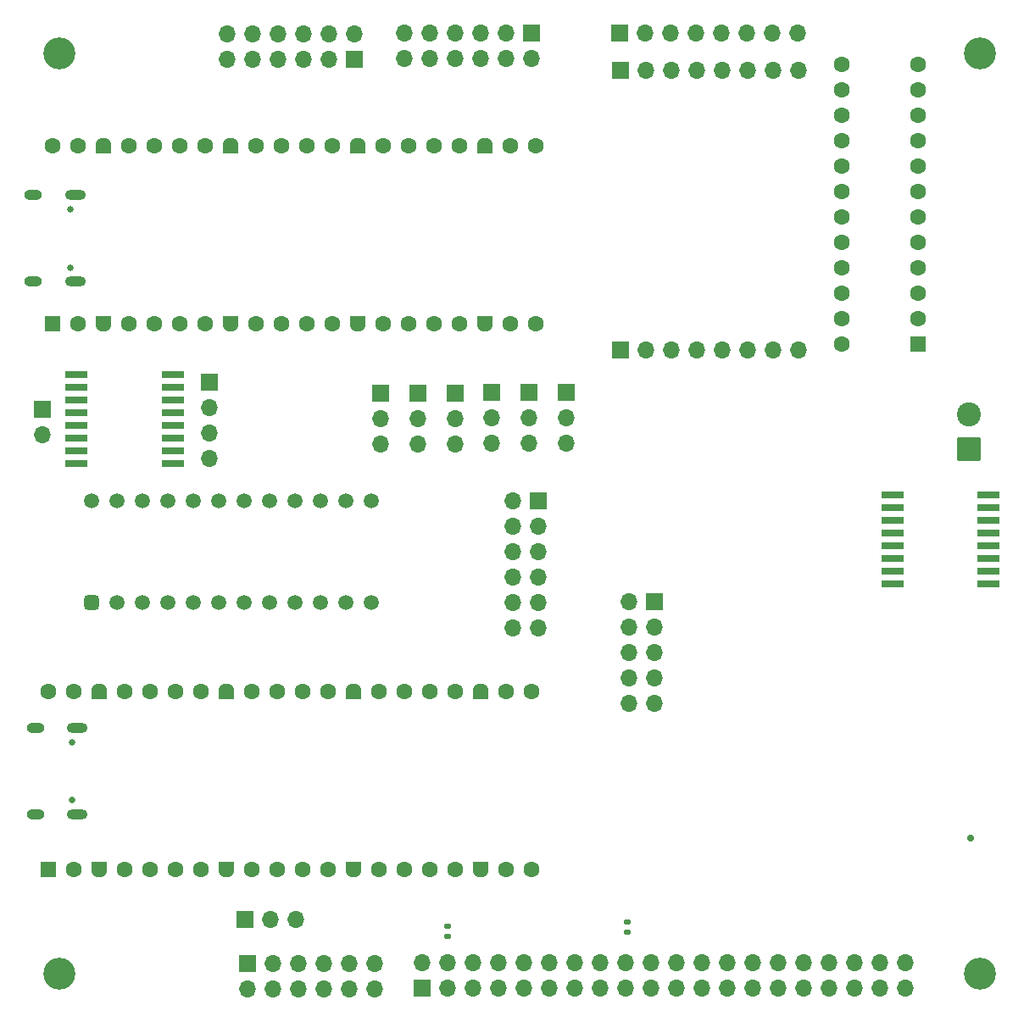
<source format=gbr>
%TF.GenerationSoftware,KiCad,Pcbnew,9.0.0*%
%TF.CreationDate,2025-06-09T15:05:37+02:00*%
%TF.ProjectId,stm32-fpga-bootloader,73746d33-322d-4667-9067-612d626f6f74,rev?*%
%TF.SameCoordinates,Original*%
%TF.FileFunction,Soldermask,Bot*%
%TF.FilePolarity,Negative*%
%FSLAX46Y46*%
G04 Gerber Fmt 4.6, Leading zero omitted, Abs format (unit mm)*
G04 Created by KiCad (PCBNEW 9.0.0) date 2025-06-09 15:05:37*
%MOMM*%
%LPD*%
G01*
G04 APERTURE LIST*
G04 Aperture macros list*
%AMRoundRect*
0 Rectangle with rounded corners*
0 $1 Rounding radius*
0 $2 $3 $4 $5 $6 $7 $8 $9 X,Y pos of 4 corners*
0 Add a 4 corners polygon primitive as box body*
4,1,4,$2,$3,$4,$5,$6,$7,$8,$9,$2,$3,0*
0 Add four circle primitives for the rounded corners*
1,1,$1+$1,$2,$3*
1,1,$1+$1,$4,$5*
1,1,$1+$1,$6,$7*
1,1,$1+$1,$8,$9*
0 Add four rect primitives between the rounded corners*
20,1,$1+$1,$2,$3,$4,$5,0*
20,1,$1+$1,$4,$5,$6,$7,0*
20,1,$1+$1,$6,$7,$8,$9,0*
20,1,$1+$1,$8,$9,$2,$3,0*%
%AMFreePoly0*
4,1,37,0.603843,0.796157,0.639018,0.796157,0.711114,0.766294,0.766294,0.711114,0.796157,0.639018,0.796157,0.603843,0.800000,0.600000,0.800000,-0.600000,0.796157,-0.603843,0.796157,-0.639018,0.766294,-0.711114,0.711114,-0.766294,0.639018,-0.796157,0.603843,-0.796157,0.600000,-0.800000,0.000000,-0.800000,0.000000,-0.796148,-0.078414,-0.796148,-0.232228,-0.765552,-0.377117,-0.705537,
-0.507515,-0.618408,-0.618408,-0.507515,-0.705537,-0.377117,-0.765552,-0.232228,-0.796148,-0.078414,-0.796148,0.078414,-0.765552,0.232228,-0.705537,0.377117,-0.618408,0.507515,-0.507515,0.618408,-0.377117,0.705537,-0.232228,0.765552,-0.078414,0.796148,0.000000,0.796148,0.000000,0.800000,0.600000,0.800000,0.603843,0.796157,0.603843,0.796157,$1*%
%AMFreePoly1*
4,1,37,0.000000,0.796148,0.078414,0.796148,0.232228,0.765552,0.377117,0.705537,0.507515,0.618408,0.618408,0.507515,0.705537,0.377117,0.765552,0.232228,0.796148,0.078414,0.796148,-0.078414,0.765552,-0.232228,0.705537,-0.377117,0.618408,-0.507515,0.507515,-0.618408,0.377117,-0.705537,0.232228,-0.765552,0.078414,-0.796148,0.000000,-0.796148,0.000000,-0.800000,-0.600000,-0.800000,
-0.603843,-0.796157,-0.639018,-0.796157,-0.711114,-0.766294,-0.766294,-0.711114,-0.796157,-0.639018,-0.796157,-0.603843,-0.800000,-0.600000,-0.800000,0.600000,-0.796157,0.603843,-0.796157,0.639018,-0.766294,0.711114,-0.711114,0.766294,-0.639018,0.796157,-0.603843,0.796157,-0.600000,0.800000,0.000000,0.800000,0.000000,0.796148,0.000000,0.796148,$1*%
G04 Aperture macros list end*
%ADD10RoundRect,0.250001X0.949999X-0.949999X0.949999X0.949999X-0.949999X0.949999X-0.949999X-0.949999X0*%
%ADD11C,2.400000*%
%ADD12RoundRect,0.375000X0.375000X-0.375000X0.375000X0.375000X-0.375000X0.375000X-0.375000X-0.375000X0*%
%ADD13C,1.500000*%
%ADD14RoundRect,0.200000X0.600000X-0.600000X0.600000X0.600000X-0.600000X0.600000X-0.600000X-0.600000X0*%
%ADD15C,1.600000*%
%ADD16FreePoly0,90.000000*%
%ADD17FreePoly1,90.000000*%
%ADD18R,1.700000X1.700000*%
%ADD19O,1.700000X1.700000*%
%ADD20C,0.650000*%
%ADD21O,2.100000X1.000000*%
%ADD22O,1.800000X1.000000*%
%ADD23C,0.700000*%
%ADD24C,3.200000*%
%ADD25RoundRect,0.250000X0.550000X0.550000X-0.550000X0.550000X-0.550000X-0.550000X0.550000X-0.550000X0*%
%ADD26RoundRect,0.135000X0.185000X-0.135000X0.185000X0.135000X-0.185000X0.135000X-0.185000X-0.135000X0*%
%ADD27R,2.160000X0.635000*%
G04 APERTURE END LIST*
D10*
%TO.C,J6*%
X208472500Y-73735000D03*
D11*
X208472500Y-70235000D03*
%TD*%
D12*
%TO.C,U12*%
X120835000Y-89085000D03*
D13*
X123375000Y-89085000D03*
X125915000Y-89085000D03*
X128455000Y-89085000D03*
X130995000Y-89085000D03*
X133535000Y-89085000D03*
X136075000Y-89085000D03*
X138615000Y-89085000D03*
X141155000Y-89085000D03*
X143695000Y-89085000D03*
X146235000Y-89085000D03*
X148775000Y-89085000D03*
X148775000Y-78925000D03*
X146235000Y-78925000D03*
X143695000Y-78925000D03*
X141155000Y-78925000D03*
X138615000Y-78925000D03*
X136075000Y-78925000D03*
X133535000Y-78925000D03*
X130995000Y-78925000D03*
X128455000Y-78925000D03*
X125915000Y-78925000D03*
X123375000Y-78925000D03*
X120835000Y-78925000D03*
%TD*%
D14*
%TO.C,A2*%
X116495000Y-115715000D03*
D15*
X119035000Y-115715000D03*
D16*
X121575000Y-115715000D03*
D15*
X124115000Y-115715000D03*
X126655000Y-115715000D03*
X129195000Y-115715000D03*
X131735000Y-115715000D03*
D16*
X134275000Y-115715000D03*
D15*
X136815000Y-115715000D03*
X139355000Y-115715000D03*
X141895000Y-115715000D03*
X144435000Y-115715000D03*
D16*
X146975000Y-115715000D03*
D15*
X149515000Y-115715000D03*
X152055000Y-115715000D03*
X154595000Y-115715000D03*
X157135000Y-115715000D03*
D16*
X159675000Y-115715000D03*
D15*
X162215000Y-115715000D03*
X164755000Y-115715000D03*
X164755000Y-97935000D03*
X162215000Y-97935000D03*
D17*
X159675000Y-97935000D03*
D15*
X157135000Y-97935000D03*
X154595000Y-97935000D03*
X152055000Y-97935000D03*
X149515000Y-97935000D03*
D17*
X146975000Y-97935000D03*
D15*
X144435000Y-97935000D03*
X141895000Y-97935000D03*
X139355000Y-97935000D03*
X136815000Y-97935000D03*
D17*
X134275000Y-97935000D03*
D15*
X131735000Y-97935000D03*
X129195000Y-97935000D03*
X126655000Y-97935000D03*
X124115000Y-97935000D03*
D17*
X121575000Y-97935000D03*
D15*
X119035000Y-97935000D03*
X116495000Y-97935000D03*
%TD*%
D14*
%TO.C,A1*%
X116925000Y-61165000D03*
D15*
X119465000Y-61165000D03*
D16*
X122005000Y-61165000D03*
D15*
X124545000Y-61165000D03*
X127085000Y-61165000D03*
X129625000Y-61165000D03*
X132165000Y-61165000D03*
D16*
X134705000Y-61165000D03*
D15*
X137245000Y-61165000D03*
X139785000Y-61165000D03*
X142325000Y-61165000D03*
X144865000Y-61165000D03*
D16*
X147405000Y-61165000D03*
D15*
X149945000Y-61165000D03*
X152485000Y-61165000D03*
X155025000Y-61165000D03*
X157565000Y-61165000D03*
D16*
X160105000Y-61165000D03*
D15*
X162645000Y-61165000D03*
X165185000Y-61165000D03*
X165185000Y-43385000D03*
X162645000Y-43385000D03*
D17*
X160105000Y-43385000D03*
D15*
X157565000Y-43385000D03*
X155025000Y-43385000D03*
X152485000Y-43385000D03*
X149945000Y-43385000D03*
D17*
X147405000Y-43385000D03*
D15*
X144865000Y-43385000D03*
X142325000Y-43385000D03*
X139785000Y-43385000D03*
X137245000Y-43385000D03*
D17*
X134705000Y-43385000D03*
D15*
X132165000Y-43385000D03*
X129625000Y-43385000D03*
X127085000Y-43385000D03*
X124545000Y-43385000D03*
D17*
X122005000Y-43385000D03*
D15*
X119465000Y-43385000D03*
X116925000Y-43385000D03*
%TD*%
D18*
%TO.C,J12*%
X136345000Y-125145000D03*
D19*
X136345000Y-127685000D03*
X138885000Y-125145000D03*
X138885000Y-127685000D03*
X141425000Y-125145000D03*
X141425000Y-127685000D03*
X143965000Y-125145000D03*
X143965000Y-127685000D03*
X146505000Y-125145000D03*
X146505000Y-127685000D03*
X149045000Y-125145000D03*
X149045000Y-127685000D03*
%TD*%
D20*
%TO.C,J1*%
X118862500Y-102995000D03*
X118862500Y-108775000D03*
D21*
X119382500Y-101565000D03*
D22*
X115182500Y-101565000D03*
D21*
X119382500Y-110205000D03*
D22*
X115182500Y-110205000D03*
%TD*%
D20*
%TO.C,J8*%
X118675000Y-49795000D03*
X118675000Y-55575000D03*
D21*
X119195000Y-48365000D03*
D22*
X114995000Y-48365000D03*
D21*
X119195000Y-57005000D03*
D22*
X114995000Y-57005000D03*
%TD*%
D18*
%TO.C,JP3*%
X157105000Y-68105000D03*
D19*
X157105000Y-70645000D03*
X157105000Y-73185000D03*
%TD*%
D18*
%TO.C,J1003*%
X136165000Y-120685000D03*
D19*
X138705000Y-120685000D03*
X141245000Y-120685000D03*
%TD*%
D18*
%TO.C,JP2*%
X153405000Y-68105000D03*
D19*
X153405000Y-70645000D03*
X153405000Y-73185000D03*
%TD*%
D18*
%TO.C,J13*%
X153805000Y-127602500D03*
D19*
X153805000Y-125062500D03*
X156345000Y-127602500D03*
X156345000Y-125062500D03*
X158885000Y-127602500D03*
X158885000Y-125062500D03*
X161425000Y-127602500D03*
X161425000Y-125062500D03*
X163965000Y-127602500D03*
X163965000Y-125062500D03*
X166505000Y-127602500D03*
X166505000Y-125062500D03*
X169045000Y-127602500D03*
X169045000Y-125062500D03*
X171585000Y-127602500D03*
X171585000Y-125062500D03*
X174125000Y-127602500D03*
X174125000Y-125062500D03*
X176665000Y-127602500D03*
X176665000Y-125062500D03*
X179205000Y-127602500D03*
X179205000Y-125062500D03*
X181745000Y-127602500D03*
X181745000Y-125062500D03*
X184285000Y-127602500D03*
X184285000Y-125062500D03*
X186825000Y-127602500D03*
X186825000Y-125062500D03*
X189365000Y-127602500D03*
X189365000Y-125062500D03*
X191905000Y-127602500D03*
X191905000Y-125062500D03*
X194445000Y-127602500D03*
X194445000Y-125062500D03*
X196985000Y-127602500D03*
X196985000Y-125062500D03*
X199525000Y-127602500D03*
X199525000Y-125062500D03*
X202065000Y-127602500D03*
X202065000Y-125062500D03*
%TD*%
D23*
%TO.C,J7*%
X208605000Y-112594992D03*
%TD*%
D18*
%TO.C,JP6*%
X164505000Y-68085000D03*
D19*
X164505000Y-70625000D03*
X164505000Y-73165000D03*
%TD*%
D24*
%TO.C,H4*%
X117572500Y-126155000D03*
%TD*%
D18*
%TO.C,J10*%
X173605000Y-35885000D03*
D19*
X176145000Y-35885000D03*
X178685000Y-35885000D03*
X181225000Y-35885000D03*
X183765000Y-35885000D03*
X186305000Y-35885000D03*
X188845000Y-35885000D03*
X191385000Y-35885000D03*
%TD*%
D18*
%TO.C,JP4*%
X160805000Y-68060000D03*
D19*
X160805000Y-70600000D03*
X160805000Y-73140000D03*
%TD*%
D24*
%TO.C,H2*%
X117572500Y-34155000D03*
%TD*%
D18*
%TO.C,J1001*%
X132530000Y-67085000D03*
D19*
X132530000Y-69625000D03*
X132530000Y-72165000D03*
X132530000Y-74705000D03*
%TD*%
D18*
%TO.C,J5*%
X147030000Y-34810000D03*
D19*
X147030000Y-32270000D03*
X144490000Y-34810000D03*
X144490000Y-32270000D03*
X141950000Y-34810000D03*
X141950000Y-32270000D03*
X139410000Y-34810000D03*
X139410000Y-32270000D03*
X136870000Y-34810000D03*
X136870000Y-32270000D03*
X134330000Y-34810000D03*
X134330000Y-32270000D03*
%TD*%
D25*
%TO.C,U8*%
X203340000Y-63255000D03*
D15*
X203340000Y-60715000D03*
X203340000Y-58175000D03*
X203340000Y-55635000D03*
X203340000Y-53095000D03*
X203340000Y-50555000D03*
X203340000Y-48015000D03*
X203340000Y-45475000D03*
X203340000Y-42935000D03*
X203340000Y-40395000D03*
X203340000Y-37855000D03*
X203340000Y-35315000D03*
X195720000Y-35315000D03*
X195720000Y-37855000D03*
X195720000Y-40395000D03*
X195720000Y-42935000D03*
X195720000Y-45475000D03*
X195720000Y-48015000D03*
X195720000Y-50555000D03*
X195720000Y-53095000D03*
X195720000Y-55635000D03*
X195720000Y-58175000D03*
X195720000Y-60715000D03*
X195720000Y-63255000D03*
%TD*%
D18*
%TO.C,JP5*%
X168205000Y-68085000D03*
D19*
X168205000Y-70625000D03*
X168205000Y-73165000D03*
%TD*%
D18*
%TO.C,JP1*%
X149705000Y-68105000D03*
D19*
X149705000Y-70645000D03*
X149705000Y-73185000D03*
%TD*%
D18*
%TO.C,J11*%
X173605000Y-63825000D03*
D19*
X176145000Y-63825000D03*
X178685000Y-63825000D03*
X181225000Y-63825000D03*
X183765000Y-63825000D03*
X186305000Y-63825000D03*
X188845000Y-63825000D03*
X191385000Y-63825000D03*
%TD*%
D18*
%TO.C,J9*%
X165405000Y-78865000D03*
D19*
X162865000Y-78865000D03*
X165405000Y-81405000D03*
X162865000Y-81405000D03*
X165405000Y-83945000D03*
X162865000Y-83945000D03*
X165405000Y-86485000D03*
X162865000Y-86485000D03*
X165405000Y-89025000D03*
X162865000Y-89025000D03*
X165405000Y-91565000D03*
X162865000Y-91565000D03*
%TD*%
D24*
%TO.C,H3*%
X209572500Y-126155000D03*
%TD*%
D18*
%TO.C,J15*%
X115930000Y-69785000D03*
D19*
X115930000Y-72325000D03*
%TD*%
D24*
%TO.C,H1*%
X209572500Y-34155000D03*
%TD*%
D18*
%TO.C,J3*%
X164725000Y-32145000D03*
D19*
X164725000Y-34685000D03*
X162185000Y-32145000D03*
X162185000Y-34685000D03*
X159645000Y-32145000D03*
X159645000Y-34685000D03*
X157105000Y-32145000D03*
X157105000Y-34685000D03*
X154565000Y-32145000D03*
X154565000Y-34685000D03*
X152025000Y-32145000D03*
X152025000Y-34685000D03*
%TD*%
D18*
%TO.C,J1002*%
X176995000Y-88935000D03*
D19*
X174455000Y-88935000D03*
X176995000Y-91475000D03*
X174455000Y-91475000D03*
X176995000Y-94015000D03*
X174455000Y-94015000D03*
X176995000Y-96555000D03*
X174455000Y-96555000D03*
X176995000Y-99095000D03*
X174455000Y-99095000D03*
%TD*%
D18*
%TO.C,J1004*%
X173575000Y-32185000D03*
D19*
X176115000Y-32185000D03*
X178655000Y-32185000D03*
X181195000Y-32185000D03*
X183735000Y-32185000D03*
X186275000Y-32185000D03*
X188815000Y-32185000D03*
X191355000Y-32185000D03*
%TD*%
D26*
%TO.C,R85*%
X156405000Y-122405000D03*
X156405000Y-121385000D03*
%TD*%
%TO.C,R84*%
X174305000Y-121995000D03*
X174305000Y-120975000D03*
%TD*%
D27*
%TO.C,U4*%
X210405000Y-78320000D03*
X210405000Y-79590000D03*
X210405000Y-80860000D03*
X210405000Y-82130000D03*
X210405000Y-83400000D03*
X210405000Y-84670000D03*
X210405000Y-85940000D03*
X210405000Y-87210000D03*
X200805000Y-87210000D03*
X200805000Y-85940000D03*
X200805000Y-84670000D03*
X200805000Y-83400000D03*
X200805000Y-82130000D03*
X200805000Y-80860000D03*
X200805000Y-79590000D03*
X200805000Y-78320000D03*
%TD*%
%TO.C,U13*%
X119305000Y-75180000D03*
X119305000Y-73910000D03*
X119305000Y-72640000D03*
X119305000Y-71370000D03*
X119305000Y-70100000D03*
X119305000Y-68830000D03*
X119305000Y-67560000D03*
X119305000Y-66290000D03*
X128905000Y-66290000D03*
X128905000Y-67560000D03*
X128905000Y-68830000D03*
X128905000Y-70100000D03*
X128905000Y-71370000D03*
X128905000Y-72640000D03*
X128905000Y-73910000D03*
X128905000Y-75180000D03*
%TD*%
M02*

</source>
